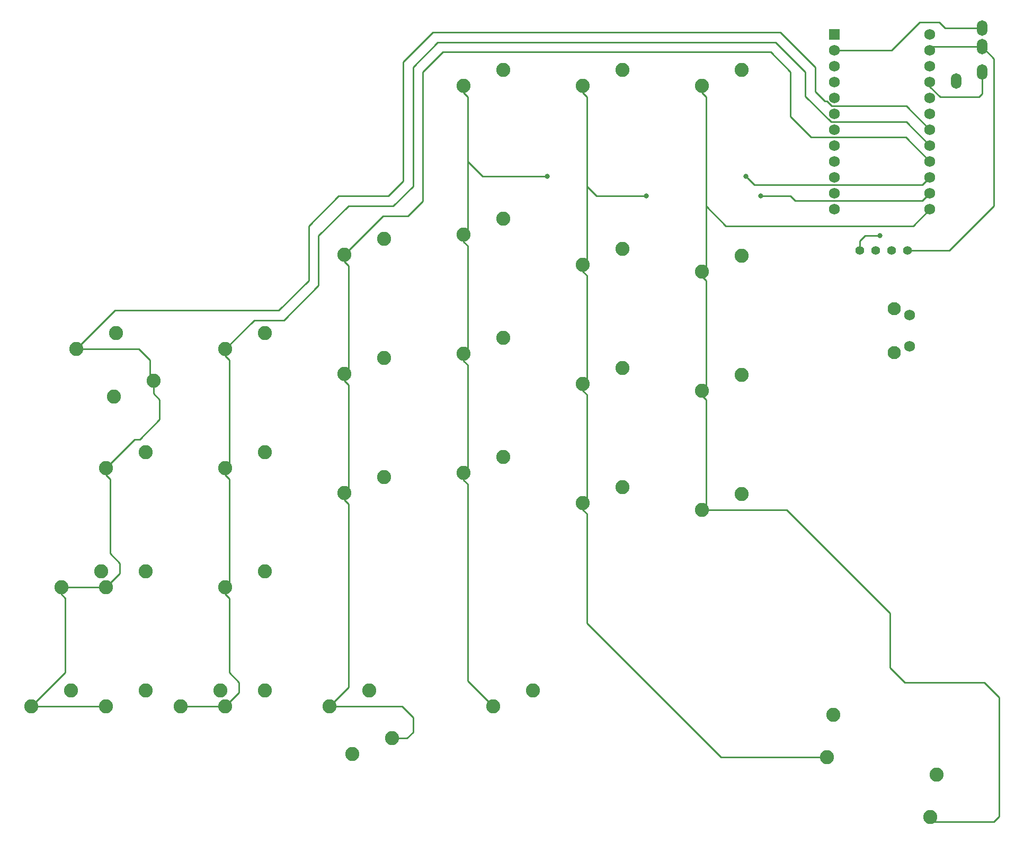
<source format=gtl>
G04 #@! TF.GenerationSoftware,KiCad,Pcbnew,5.1.10*
G04 #@! TF.CreationDate,2022-03-09T15:21:35-05:00*
G04 #@! TF.ProjectId,bourbondox2_left,626f7572-626f-46e6-946f-78325f6c6566,rev?*
G04 #@! TF.SameCoordinates,Original*
G04 #@! TF.FileFunction,Copper,L1,Top*
G04 #@! TF.FilePolarity,Positive*
%FSLAX46Y46*%
G04 Gerber Fmt 4.6, Leading zero omitted, Abs format (unit mm)*
G04 Created by KiCad (PCBNEW 5.1.10) date 2022-03-09 15:21:35*
%MOMM*%
%LPD*%
G01*
G04 APERTURE LIST*
G04 #@! TA.AperFunction,ComponentPad*
%ADD10C,2.250000*%
G04 #@! TD*
G04 #@! TA.AperFunction,ComponentPad*
%ADD11C,1.752600*%
G04 #@! TD*
G04 #@! TA.AperFunction,ComponentPad*
%ADD12R,1.752600X1.752600*%
G04 #@! TD*
G04 #@! TA.AperFunction,ComponentPad*
%ADD13C,2.100000*%
G04 #@! TD*
G04 #@! TA.AperFunction,ComponentPad*
%ADD14C,1.750000*%
G04 #@! TD*
G04 #@! TA.AperFunction,ComponentPad*
%ADD15C,1.397000*%
G04 #@! TD*
G04 #@! TA.AperFunction,ComponentPad*
%ADD16O,1.700000X2.500000*%
G04 #@! TD*
G04 #@! TA.AperFunction,ViaPad*
%ADD17C,0.800000*%
G04 #@! TD*
G04 #@! TA.AperFunction,Conductor*
%ADD18C,0.250000*%
G04 #@! TD*
G04 APERTURE END LIST*
D10*
G04 #@! TO.P,MX42_2,2*
G04 #@! TO.N,Net-(D42-Pad2)*
X147779290Y-127481100D03*
G04 #@! TO.P,MX42_2,1*
G04 #@! TO.N,col2*
X141429290Y-130021100D03*
G04 #@! TD*
G04 #@! TO.P,MX41_2,2*
G04 #@! TO.N,Net-(D41-Pad2)*
X123966790Y-127481100D03*
G04 #@! TO.P,MX41_2,1*
G04 #@! TO.N,col1*
X117616790Y-130021100D03*
G04 #@! TD*
G04 #@! TO.P,MX40_2,2*
G04 #@! TO.N,Net-(D40-Pad2)*
X100154290Y-127481100D03*
G04 #@! TO.P,MX40_2,1*
G04 #@! TO.N,col0*
X93804290Y-130021100D03*
G04 #@! TD*
G04 #@! TO.P,MX30_2,2*
G04 #@! TO.N,Net-(D30-Pad2)*
X104921050Y-108435140D03*
G04 #@! TO.P,MX30_2,1*
G04 #@! TO.N,col0*
X98571050Y-110975140D03*
G04 #@! TD*
G04 #@! TO.P,MX10_2,2*
G04 #@! TO.N,Net-(D10-Pad2)*
X107302300Y-70335140D03*
G04 #@! TO.P,MX10_2,1*
G04 #@! TO.N,col0*
X100952300Y-72875140D03*
G04 #@! TD*
G04 #@! TO.P,MX45,2*
G04 #@! TO.N,Net-(D45-Pad2)*
X238443502Y-140918770D03*
G04 #@! TO.P,MX45,1*
G04 #@! TO.N,col5*
X237468206Y-147688032D03*
G04 #@! TD*
G04 #@! TO.P,MX44,2*
G04 #@! TO.N,Net-(D44-Pad2)*
X221945718Y-131393769D03*
G04 #@! TO.P,MX44,1*
G04 #@! TO.N,col4*
X220970422Y-138163031D03*
G04 #@! TD*
G04 #@! TO.P,MX43,2*
G04 #@! TO.N,Net-(D43-Pad2)*
X173973040Y-127481100D03*
G04 #@! TO.P,MX43,1*
G04 #@! TO.N,col3*
X167623040Y-130021100D03*
G04 #@! TD*
D11*
G04 #@! TO.P,U1,24*
G04 #@! TO.N,Net-(U1-Pad24)*
X237410000Y-22542500D03*
G04 #@! TO.P,U1,12*
G04 #@! TO.N,row4*
X222170000Y-50482500D03*
G04 #@! TO.P,U1,23*
G04 #@! TO.N,GND*
X237410000Y-25082500D03*
G04 #@! TO.P,U1,22*
G04 #@! TO.N,RESET*
X237410000Y-27622500D03*
G04 #@! TO.P,U1,21*
G04 #@! TO.N,VCC*
X237410000Y-30162500D03*
G04 #@! TO.P,U1,20*
G04 #@! TO.N,Net-(U1-Pad20)*
X237410000Y-32702500D03*
G04 #@! TO.P,U1,19*
G04 #@! TO.N,Net-(U1-Pad19)*
X237410000Y-35242500D03*
G04 #@! TO.P,U1,18*
G04 #@! TO.N,col0*
X237410000Y-37782500D03*
G04 #@! TO.P,U1,17*
G04 #@! TO.N,col1*
X237410000Y-40322500D03*
G04 #@! TO.P,U1,16*
G04 #@! TO.N,col2*
X237410000Y-42862500D03*
G04 #@! TO.P,U1,15*
G04 #@! TO.N,col3*
X237410000Y-45402500D03*
G04 #@! TO.P,U1,14*
G04 #@! TO.N,col4*
X237410000Y-47942500D03*
G04 #@! TO.P,U1,13*
G04 #@! TO.N,col5*
X237410000Y-50482500D03*
G04 #@! TO.P,U1,11*
G04 #@! TO.N,row3*
X222170000Y-47942500D03*
G04 #@! TO.P,U1,10*
G04 #@! TO.N,row2*
X222170000Y-45402500D03*
G04 #@! TO.P,U1,9*
G04 #@! TO.N,row1*
X222170000Y-42862500D03*
G04 #@! TO.P,U1,8*
G04 #@! TO.N,row0*
X222170000Y-40322500D03*
G04 #@! TO.P,U1,7*
G04 #@! TO.N,Net-(U1-Pad7)*
X222170000Y-37782500D03*
G04 #@! TO.P,U1,6*
G04 #@! TO.N,SCL*
X222170000Y-35242500D03*
G04 #@! TO.P,U1,5*
G04 #@! TO.N,SDA*
X222170000Y-32702500D03*
G04 #@! TO.P,U1,4*
G04 #@! TO.N,GND*
X222170000Y-30162500D03*
G04 #@! TO.P,U1,3*
X222170000Y-27622500D03*
G04 #@! TO.P,U1,2*
G04 #@! TO.N,DATA*
X222170000Y-25082500D03*
D12*
G04 #@! TO.P,U1,1*
G04 #@! TO.N,Net-(U1-Pad1)*
X222170000Y-22542500D03*
G04 #@! TD*
D13*
G04 #@! TO.P,SW1,*
G04 #@! TO.N,*
X231666250Y-66468750D03*
D14*
G04 #@! TO.P,SW1,1*
G04 #@! TO.N,RESET*
X234156250Y-67468750D03*
G04 #@! TO.P,SW1,2*
G04 #@! TO.N,GND*
X234156250Y-72468750D03*
D13*
G04 #@! TO.P,SW1,*
G04 #@! TO.N,*
X231666250Y-73478750D03*
G04 #@! TD*
D15*
G04 #@! TO.P,OL1,4*
G04 #@! TO.N,GND*
X233838750Y-57150000D03*
G04 #@! TO.P,OL1,3*
G04 #@! TO.N,VCC*
X231298750Y-57150000D03*
G04 #@! TO.P,OL1,2*
G04 #@! TO.N,SCL*
X228758750Y-57150000D03*
G04 #@! TO.P,OL1,1*
G04 #@! TO.N,SDA*
X226218750Y-57150000D03*
G04 #@! TD*
D10*
G04 #@! TO.P,MX42,2*
G04 #@! TO.N,Net-(D42-Pad2)*
X145080540Y-137641100D03*
G04 #@! TO.P,MX42,1*
G04 #@! TO.N,col2*
X151430540Y-135101100D03*
G04 #@! TD*
G04 #@! TO.P,MX41,2*
G04 #@! TO.N,Net-(D41-Pad2)*
X131110540Y-127481100D03*
G04 #@! TO.P,MX41,1*
G04 #@! TO.N,col1*
X124760540Y-130021100D03*
G04 #@! TD*
G04 #@! TO.P,MX40,2*
G04 #@! TO.N,Net-(D40-Pad2)*
X112060540Y-127481100D03*
G04 #@! TO.P,MX40,1*
G04 #@! TO.N,col0*
X105710540Y-130021100D03*
G04 #@! TD*
G04 #@! TO.P,MX35,2*
G04 #@! TO.N,Net-(D35-Pad2)*
X207327500Y-96045520D03*
G04 #@! TO.P,MX35,1*
G04 #@! TO.N,col5*
X200977500Y-98585520D03*
G04 #@! TD*
G04 #@! TO.P,MX34,2*
G04 #@! TO.N,Net-(D34-Pad2)*
X188277500Y-94965520D03*
G04 #@! TO.P,MX34,1*
G04 #@! TO.N,col4*
X181927500Y-97505520D03*
G04 #@! TD*
G04 #@! TO.P,MX33,2*
G04 #@! TO.N,Net-(D33-Pad2)*
X169227500Y-90170000D03*
G04 #@! TO.P,MX33,1*
G04 #@! TO.N,col3*
X162877500Y-92710000D03*
G04 #@! TD*
G04 #@! TO.P,MX32,2*
G04 #@! TO.N,Net-(D32-Pad2)*
X150177500Y-93345000D03*
G04 #@! TO.P,MX32,1*
G04 #@! TO.N,col2*
X143827500Y-95885000D03*
G04 #@! TD*
G04 #@! TO.P,MX31,2*
G04 #@! TO.N,Net-(D31-Pad2)*
X131114800Y-108435140D03*
G04 #@! TO.P,MX31,1*
G04 #@! TO.N,col1*
X124764800Y-110975140D03*
G04 #@! TD*
G04 #@! TO.P,MX30,2*
G04 #@! TO.N,Net-(D30-Pad2)*
X112064800Y-108435140D03*
G04 #@! TO.P,MX30,1*
G04 #@! TO.N,col0*
X105714800Y-110975140D03*
G04 #@! TD*
G04 #@! TO.P,MX25,2*
G04 #@! TO.N,Net-(D25-Pad2)*
X207327500Y-76995520D03*
G04 #@! TO.P,MX25,1*
G04 #@! TO.N,col5*
X200977500Y-79535520D03*
G04 #@! TD*
G04 #@! TO.P,MX24,2*
G04 #@! TO.N,Net-(D24-Pad2)*
X188277500Y-75915520D03*
G04 #@! TO.P,MX24,1*
G04 #@! TO.N,col4*
X181927500Y-78455520D03*
G04 #@! TD*
G04 #@! TO.P,MX23,2*
G04 #@! TO.N,Net-(D23-Pad2)*
X169227500Y-71120000D03*
G04 #@! TO.P,MX23,1*
G04 #@! TO.N,col3*
X162877500Y-73660000D03*
G04 #@! TD*
G04 #@! TO.P,MX22,2*
G04 #@! TO.N,Net-(D22-Pad2)*
X150177500Y-74295000D03*
G04 #@! TO.P,MX22,1*
G04 #@! TO.N,col2*
X143827500Y-76835000D03*
G04 #@! TD*
G04 #@! TO.P,MX21,2*
G04 #@! TO.N,Net-(D21-Pad2)*
X131114800Y-89385140D03*
G04 #@! TO.P,MX21,1*
G04 #@! TO.N,col1*
X124764800Y-91925140D03*
G04 #@! TD*
G04 #@! TO.P,MX20,2*
G04 #@! TO.N,Net-(D20-Pad2)*
X112064800Y-89385140D03*
G04 #@! TO.P,MX20,1*
G04 #@! TO.N,col0*
X105714800Y-91925140D03*
G04 #@! TD*
G04 #@! TO.P,MX15,2*
G04 #@! TO.N,Net-(D15-Pad2)*
X207327500Y-57945520D03*
G04 #@! TO.P,MX15,1*
G04 #@! TO.N,col5*
X200977500Y-60485520D03*
G04 #@! TD*
G04 #@! TO.P,MX14,2*
G04 #@! TO.N,Net-(D14-Pad2)*
X188277500Y-56865520D03*
G04 #@! TO.P,MX14,1*
G04 #@! TO.N,col4*
X181927500Y-59405520D03*
G04 #@! TD*
G04 #@! TO.P,MX13,2*
G04 #@! TO.N,Net-(D13-Pad2)*
X169227500Y-52070000D03*
G04 #@! TO.P,MX13,1*
G04 #@! TO.N,col3*
X162877500Y-54610000D03*
G04 #@! TD*
G04 #@! TO.P,MX12,2*
G04 #@! TO.N,Net-(D12-Pad2)*
X150177500Y-55245000D03*
G04 #@! TO.P,MX12,1*
G04 #@! TO.N,col2*
X143827500Y-57785000D03*
G04 #@! TD*
G04 #@! TO.P,MX11,2*
G04 #@! TO.N,Net-(D11-Pad2)*
X131114800Y-70335140D03*
G04 #@! TO.P,MX11,1*
G04 #@! TO.N,col1*
X124764800Y-72875140D03*
G04 #@! TD*
G04 #@! TO.P,MX10,2*
G04 #@! TO.N,Net-(D10-Pad2)*
X106984800Y-80495140D03*
G04 #@! TO.P,MX10,1*
G04 #@! TO.N,col0*
X113334800Y-77955140D03*
G04 #@! TD*
G04 #@! TO.P,MX05,2*
G04 #@! TO.N,Net-(D05-Pad2)*
X207327500Y-28257500D03*
G04 #@! TO.P,MX05,1*
G04 #@! TO.N,col5*
X200977500Y-30797500D03*
G04 #@! TD*
G04 #@! TO.P,MX04,2*
G04 #@! TO.N,Net-(D04-Pad2)*
X188277500Y-28257500D03*
G04 #@! TO.P,MX04,1*
G04 #@! TO.N,col4*
X181927500Y-30797500D03*
G04 #@! TD*
G04 #@! TO.P,MX03,2*
G04 #@! TO.N,Net-(D03-Pad2)*
X169227500Y-28257500D03*
G04 #@! TO.P,MX03,1*
G04 #@! TO.N,col3*
X162877500Y-30797500D03*
G04 #@! TD*
D16*
G04 #@! TO.P,J1,A*
G04 #@! TO.N,Net-(J1-PadA)*
X241581250Y-30056250D03*
G04 #@! TO.P,J1,D*
G04 #@! TO.N,VCC*
X245781250Y-28556250D03*
G04 #@! TO.P,J1,C*
G04 #@! TO.N,GND*
X245781250Y-24556250D03*
G04 #@! TO.P,J1,B*
G04 #@! TO.N,DATA*
X245781250Y-21556250D03*
G04 #@! TD*
D17*
G04 #@! TO.N,col3*
X176212500Y-45243750D03*
X207962500Y-45243750D03*
G04 #@! TO.N,col4*
X192087500Y-48418750D03*
X210343750Y-48418750D03*
G04 #@! TO.N,SDA*
X229393750Y-54768750D03*
G04 #@! TD*
D18*
G04 #@! TO.N,VCC*
X245781250Y-28556250D02*
X245781250Y-32031250D01*
X245781250Y-32031250D02*
X245268750Y-32543750D01*
X239029176Y-32543750D02*
X237410000Y-30924574D01*
X237410000Y-30924574D02*
X237410000Y-30162500D01*
X245268750Y-32543750D02*
X239029176Y-32543750D01*
G04 #@! TO.N,GND*
X237936250Y-24556250D02*
X237410000Y-25082500D01*
X245781250Y-24556250D02*
X237936250Y-24556250D01*
X240506250Y-57150000D02*
X233838750Y-57150000D01*
X247650000Y-50006250D02*
X240506250Y-57150000D01*
X247650000Y-26425000D02*
X247650000Y-50006250D01*
X245781250Y-24556250D02*
X247650000Y-26425000D01*
G04 #@! TO.N,DATA*
X231298750Y-25082500D02*
X222170000Y-25082500D01*
X235743750Y-20637500D02*
X231298750Y-25082500D01*
X239837500Y-21556250D02*
X238918750Y-20637500D01*
X238918750Y-20637500D02*
X235743750Y-20637500D01*
X245781250Y-21556250D02*
X239837500Y-21556250D01*
G04 #@! TO.N,col0*
X112712500Y-77332840D02*
X113334800Y-77955140D01*
X112712500Y-74612500D02*
X112712500Y-77332840D01*
X110975140Y-72875140D02*
X112712500Y-74612500D01*
X100952300Y-72875140D02*
X110975140Y-72875140D01*
X113334800Y-77955140D02*
X113334800Y-79997300D01*
X113334800Y-79997300D02*
X114300000Y-80962500D01*
X114300000Y-80962500D02*
X114300000Y-84137500D01*
X114300000Y-84137500D02*
X111125000Y-87312500D01*
X110327440Y-87312500D02*
X105714800Y-91925140D01*
X111125000Y-87312500D02*
X110327440Y-87312500D01*
X105714800Y-91925140D02*
X105714800Y-93014800D01*
X105714800Y-93014800D02*
X106362500Y-93662500D01*
X106362500Y-93662500D02*
X106362500Y-105568750D01*
X106362500Y-105568750D02*
X107950000Y-107156250D01*
X107950000Y-108739940D02*
X105714800Y-110975140D01*
X107950000Y-107156250D02*
X107950000Y-108739940D01*
X105714800Y-110975140D02*
X98571050Y-110975140D01*
X98571050Y-110975140D02*
X98571050Y-112064800D01*
X98571050Y-112064800D02*
X99218750Y-112712500D01*
X99218750Y-124606640D02*
X93804290Y-130021100D01*
X99218750Y-112712500D02*
X99218750Y-124606640D01*
X93804290Y-130021100D02*
X105710540Y-130021100D01*
X233668699Y-34041199D02*
X237410000Y-37782500D01*
X100952300Y-72875140D02*
X107152440Y-66675000D01*
X153193750Y-26987500D02*
X157956250Y-22225000D01*
X220968699Y-33279125D02*
X221730773Y-34041199D01*
X107152440Y-66675000D02*
X133350000Y-66675000D01*
X138112500Y-53181250D02*
X142875000Y-48418750D01*
X133350000Y-66675000D02*
X138112500Y-61912500D01*
X138112500Y-61912500D02*
X138112500Y-53181250D01*
X157956250Y-22225000D02*
X213518750Y-22225000D01*
X221730773Y-34041199D02*
X233668699Y-34041199D01*
X153193750Y-46037500D02*
X153193750Y-26987500D01*
X150812500Y-48418750D02*
X153193750Y-46037500D01*
X142875000Y-48418750D02*
X150812500Y-48418750D01*
X220968699Y-33279125D02*
X220604125Y-33279125D01*
X220604125Y-33279125D02*
X219075000Y-31750000D01*
X219075000Y-31750000D02*
X219075000Y-27781250D01*
X219075000Y-27781250D02*
X213518750Y-22225000D01*
G04 #@! TO.N,col1*
X124764800Y-72875140D02*
X124764800Y-73964800D01*
X124764800Y-73964800D02*
X125412500Y-74612500D01*
X125412500Y-91277440D02*
X124764800Y-91925140D01*
X125412500Y-74612500D02*
X125412500Y-91277440D01*
X124764800Y-91925140D02*
X124764800Y-93014800D01*
X124764800Y-93014800D02*
X125412500Y-93662500D01*
X125412500Y-110327440D02*
X124764800Y-110975140D01*
X125412500Y-93662500D02*
X125412500Y-110327440D01*
X124764800Y-110975140D02*
X124764800Y-112064800D01*
X124764800Y-112064800D02*
X125412500Y-112712500D01*
X125412500Y-112712500D02*
X125412500Y-124618750D01*
X125412500Y-124618750D02*
X127000000Y-126206250D01*
X127000000Y-127781640D02*
X124760540Y-130021100D01*
X127000000Y-126206250D02*
X127000000Y-127781640D01*
X124760540Y-130021100D02*
X117616790Y-130021100D01*
X233668699Y-36581199D02*
X237410000Y-40322500D01*
X221593375Y-36581199D02*
X233668699Y-36581199D01*
X129381250Y-68258690D02*
X134147560Y-68258690D01*
X134147560Y-68258690D02*
X139700000Y-62706250D01*
X139700000Y-62706250D02*
X139700000Y-54768750D01*
X217487500Y-28575000D02*
X217487500Y-32475324D01*
X139700000Y-54768750D02*
X144462500Y-50006250D01*
X158750000Y-23812500D02*
X212725000Y-23812500D01*
X217487500Y-32475324D02*
X221593375Y-36581199D01*
X144462500Y-50006250D02*
X151606250Y-50006250D01*
X124764800Y-72875140D02*
X129381250Y-68258690D01*
X154781250Y-46831250D02*
X154781250Y-27781250D01*
X151606250Y-50006250D02*
X154781250Y-46831250D01*
X154781250Y-27781250D02*
X158750000Y-23812500D01*
X212725000Y-23812500D02*
X217487500Y-28575000D01*
G04 #@! TO.N,col2*
X143827500Y-57785000D02*
X143827500Y-58896250D01*
X143827500Y-58896250D02*
X144462500Y-59531250D01*
X144462500Y-76200000D02*
X143827500Y-76835000D01*
X144462500Y-59531250D02*
X144462500Y-76200000D01*
X143827500Y-76835000D02*
X143827500Y-77946250D01*
X143827500Y-77946250D02*
X144462500Y-78581250D01*
X144462500Y-95250000D02*
X143827500Y-95885000D01*
X144462500Y-78581250D02*
X144462500Y-95250000D01*
X143827500Y-95885000D02*
X143827500Y-96996250D01*
X143827500Y-96996250D02*
X144462500Y-97631250D01*
X144462500Y-126987890D02*
X141429290Y-130021100D01*
X144462500Y-97631250D02*
X144462500Y-126987890D01*
X153823900Y-135101100D02*
X151430540Y-135101100D01*
X154781250Y-134143750D02*
X153823900Y-135101100D01*
X154781250Y-131762500D02*
X154781250Y-134143750D01*
X153039850Y-130021100D02*
X154781250Y-131762500D01*
X141429290Y-130021100D02*
X153039850Y-130021100D01*
X215106250Y-28575000D02*
X215106250Y-35718750D01*
X211931250Y-25400000D02*
X215106250Y-28575000D01*
X159543750Y-25400000D02*
X211931250Y-25400000D01*
X218371301Y-38983801D02*
X233531301Y-38983801D01*
X156368750Y-28575000D02*
X159543750Y-25400000D01*
X215106250Y-35718750D02*
X218371301Y-38983801D01*
X156368750Y-49212500D02*
X156368750Y-28575000D01*
X233531301Y-38983801D02*
X237410000Y-42862500D01*
X153987500Y-51593750D02*
X156368750Y-49212500D01*
X150018750Y-51593750D02*
X153987500Y-51593750D01*
X143827500Y-57785000D02*
X150018750Y-51593750D01*
G04 #@! TO.N,col3*
X162877500Y-30797500D02*
X162877500Y-31908750D01*
X162877500Y-31908750D02*
X163512500Y-32543750D01*
X163512500Y-53975000D02*
X162877500Y-54610000D01*
X162877500Y-54610000D02*
X162877500Y-55721250D01*
X162877500Y-55721250D02*
X163512500Y-56356250D01*
X163512500Y-73025000D02*
X162877500Y-73660000D01*
X163512500Y-56356250D02*
X163512500Y-73025000D01*
X162877500Y-73660000D02*
X162877500Y-74771250D01*
X162877500Y-74771250D02*
X163512500Y-75406250D01*
X163512500Y-92075000D02*
X162877500Y-92710000D01*
X163512500Y-75406250D02*
X163512500Y-92075000D01*
X162877500Y-92710000D02*
X162877500Y-93821250D01*
X162877500Y-93821250D02*
X163512500Y-94456250D01*
X163512500Y-125910560D02*
X167623040Y-130021100D01*
X163512500Y-94456250D02*
X163512500Y-125910560D01*
X163512500Y-32543750D02*
X163512500Y-41275000D01*
X163512500Y-41275000D02*
X163512500Y-42862500D01*
X163512500Y-41275000D02*
X163512500Y-53975000D01*
X163512500Y-42862500D02*
X165893750Y-45243750D01*
X165893750Y-45243750D02*
X176212500Y-45243750D01*
X176212500Y-45243750D02*
X176212500Y-45243750D01*
X236208699Y-46603801D02*
X237410000Y-45402500D01*
X209322551Y-46603801D02*
X236208699Y-46603801D01*
X207962500Y-45243750D02*
X209322551Y-46603801D01*
G04 #@! TO.N,col4*
X181927500Y-30797500D02*
X181927500Y-31908750D01*
X181927500Y-31908750D02*
X182562500Y-32543750D01*
X182562500Y-58770520D02*
X181927500Y-59405520D01*
X181927500Y-59405520D02*
X181927500Y-60483750D01*
X181927500Y-60483750D02*
X182562500Y-61118750D01*
X182562500Y-77820520D02*
X181927500Y-78455520D01*
X182562500Y-61118750D02*
X182562500Y-77820520D01*
X181927500Y-78455520D02*
X181927500Y-79533750D01*
X181927500Y-79533750D02*
X182562500Y-80168750D01*
X182562500Y-96870520D02*
X181927500Y-97505520D01*
X182562500Y-80168750D02*
X182562500Y-96870520D01*
X181927500Y-97505520D02*
X181927500Y-98583750D01*
X181927500Y-98583750D02*
X182562500Y-99218750D01*
X182562500Y-99218750D02*
X182562500Y-116681250D01*
X204044281Y-138163031D02*
X220970422Y-138163031D01*
X182562500Y-116681250D02*
X204044281Y-138163031D01*
X182562500Y-46831250D02*
X184150000Y-48418750D01*
X182562500Y-32543750D02*
X182562500Y-46831250D01*
X182562500Y-46831250D02*
X182562500Y-58770520D01*
X184150000Y-48418750D02*
X192087500Y-48418750D01*
X192087500Y-48418750D02*
X192087500Y-48418750D01*
X210343750Y-48418750D02*
X215106250Y-48418750D01*
X236208699Y-49143801D02*
X237410000Y-47942500D01*
X215831301Y-49143801D02*
X236208699Y-49143801D01*
X215106250Y-48418750D02*
X215831301Y-49143801D01*
G04 #@! TO.N,col5*
X200977500Y-30797500D02*
X200977500Y-31908750D01*
X200977500Y-31908750D02*
X201612500Y-32543750D01*
X201612500Y-59850520D02*
X200977500Y-60485520D01*
X200977500Y-60485520D02*
X200977500Y-61277500D01*
X200977500Y-61277500D02*
X201612500Y-61912500D01*
X201612500Y-78900520D02*
X200977500Y-79535520D01*
X201612500Y-61912500D02*
X201612500Y-78900520D01*
X200977500Y-79535520D02*
X200977500Y-80327500D01*
X200977500Y-80327500D02*
X201612500Y-80962500D01*
X201612500Y-97950520D02*
X200977500Y-98585520D01*
X201612500Y-80962500D02*
X201612500Y-97950520D01*
X238211424Y-148431250D02*
X237468206Y-147688032D01*
X248443750Y-147637500D02*
X247650000Y-148431250D01*
X247650000Y-148431250D02*
X238211424Y-148431250D01*
X248443750Y-128587500D02*
X248443750Y-147637500D01*
X230981250Y-123825000D02*
X233362500Y-126206250D01*
X233362500Y-126206250D02*
X246062500Y-126206250D01*
X230981250Y-115093750D02*
X230981250Y-123825000D01*
X246062500Y-126206250D02*
X248443750Y-128587500D01*
X214473020Y-98585520D02*
X230981250Y-115093750D01*
X200977500Y-98585520D02*
X214473020Y-98585520D01*
X201612500Y-32543750D02*
X201612500Y-45243750D01*
X201612500Y-50006250D02*
X204787500Y-53181250D01*
X201612500Y-45243750D02*
X201612500Y-50006250D01*
X201612500Y-50006250D02*
X201612500Y-59850520D01*
X204787500Y-53181250D02*
X208756250Y-53181250D01*
X207962500Y-53181250D02*
X208756250Y-53181250D01*
X234711250Y-53181250D02*
X237410000Y-50482500D01*
X208756250Y-53181250D02*
X234711250Y-53181250D01*
G04 #@! TO.N,SDA*
X226218750Y-57150000D02*
X226218750Y-55562500D01*
X226218750Y-55562500D02*
X227012500Y-54768750D01*
X227012500Y-54768750D02*
X229393750Y-54768750D01*
X229393750Y-54768750D02*
X229393750Y-54768750D01*
G04 #@! TD*
M02*

</source>
